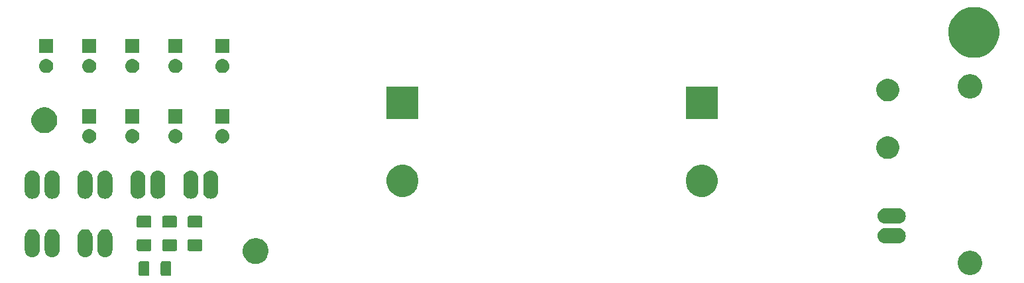
<source format=gbr>
G04 #@! TF.GenerationSoftware,KiCad,Pcbnew,5.0.1-33cea8e~68~ubuntu16.04.1*
G04 #@! TF.CreationDate,2019-04-14T14:52:50-04:00*
G04 #@! TF.ProjectId,filterbuffer,66696C7465726275666665722E6B6963,rev?*
G04 #@! TF.SameCoordinates,Original*
G04 #@! TF.FileFunction,Soldermask,Top*
G04 #@! TF.FilePolarity,Negative*
%FSLAX46Y46*%
G04 Gerber Fmt 4.6, Leading zero omitted, Abs format (unit mm)*
G04 Created by KiCad (PCBNEW 5.0.1-33cea8e~68~ubuntu16.04.1) date Sun 14 Apr 2019 14:52:50 EDT*
%MOMM*%
%LPD*%
G01*
G04 APERTURE LIST*
%ADD10C,0.100000*%
G04 APERTURE END LIST*
D10*
G36*
X78018604Y-133528347D02*
X78055145Y-133539432D01*
X78088820Y-133557431D01*
X78118341Y-133581659D01*
X78142569Y-133611180D01*
X78160568Y-133644855D01*
X78171653Y-133681396D01*
X78176000Y-133725538D01*
X78176000Y-135174462D01*
X78171653Y-135218604D01*
X78160568Y-135255145D01*
X78142569Y-135288820D01*
X78118341Y-135318341D01*
X78088820Y-135342569D01*
X78055145Y-135360568D01*
X78018604Y-135371653D01*
X77974462Y-135376000D01*
X77025538Y-135376000D01*
X76981396Y-135371653D01*
X76944855Y-135360568D01*
X76911180Y-135342569D01*
X76881659Y-135318341D01*
X76857431Y-135288820D01*
X76839432Y-135255145D01*
X76828347Y-135218604D01*
X76824000Y-135174462D01*
X76824000Y-133725538D01*
X76828347Y-133681396D01*
X76839432Y-133644855D01*
X76857431Y-133611180D01*
X76881659Y-133581659D01*
X76911180Y-133557431D01*
X76944855Y-133539432D01*
X76981396Y-133528347D01*
X77025538Y-133524000D01*
X77974462Y-133524000D01*
X78018604Y-133528347D01*
X78018604Y-133528347D01*
G37*
G36*
X75218604Y-133528347D02*
X75255145Y-133539432D01*
X75288820Y-133557431D01*
X75318341Y-133581659D01*
X75342569Y-133611180D01*
X75360568Y-133644855D01*
X75371653Y-133681396D01*
X75376000Y-133725538D01*
X75376000Y-135174462D01*
X75371653Y-135218604D01*
X75360568Y-135255145D01*
X75342569Y-135288820D01*
X75318341Y-135318341D01*
X75288820Y-135342569D01*
X75255145Y-135360568D01*
X75218604Y-135371653D01*
X75174462Y-135376000D01*
X74225538Y-135376000D01*
X74181396Y-135371653D01*
X74144855Y-135360568D01*
X74111180Y-135342569D01*
X74081659Y-135318341D01*
X74057431Y-135288820D01*
X74039432Y-135255145D01*
X74028347Y-135218604D01*
X74024000Y-135174462D01*
X74024000Y-133725538D01*
X74028347Y-133681396D01*
X74039432Y-133644855D01*
X74057431Y-133611180D01*
X74081659Y-133581659D01*
X74111180Y-133557431D01*
X74144855Y-133539432D01*
X74181396Y-133528347D01*
X74225538Y-133524000D01*
X75174462Y-133524000D01*
X75218604Y-133528347D01*
X75218604Y-133528347D01*
G37*
G36*
X180530321Y-132184319D02*
X180652410Y-132208604D01*
X180934674Y-132325521D01*
X181188705Y-132495259D01*
X181404741Y-132711295D01*
X181574479Y-132965326D01*
X181691396Y-133247590D01*
X181711264Y-133347473D01*
X181750472Y-133544583D01*
X181751000Y-133547240D01*
X181751000Y-133852760D01*
X181691396Y-134152410D01*
X181574479Y-134434674D01*
X181404741Y-134688705D01*
X181188705Y-134904741D01*
X180934674Y-135074479D01*
X180652410Y-135191396D01*
X180563516Y-135209078D01*
X180352762Y-135251000D01*
X180047238Y-135251000D01*
X179836484Y-135209078D01*
X179747590Y-135191396D01*
X179465326Y-135074479D01*
X179211295Y-134904741D01*
X178995259Y-134688705D01*
X178825521Y-134434674D01*
X178708604Y-134152410D01*
X178649000Y-133852760D01*
X178649000Y-133547240D01*
X178649529Y-133544583D01*
X178688736Y-133347473D01*
X178708604Y-133247590D01*
X178825521Y-132965326D01*
X178995259Y-132711295D01*
X179211295Y-132495259D01*
X179465326Y-132325521D01*
X179747590Y-132208604D01*
X179869679Y-132184319D01*
X180047238Y-132149000D01*
X180352762Y-132149000D01*
X180530321Y-132184319D01*
X180530321Y-132184319D01*
G37*
G36*
X89325256Y-130591298D02*
X89431579Y-130612447D01*
X89585668Y-130676273D01*
X89683092Y-130716627D01*
X89732042Y-130736903D01*
X89866696Y-130826876D01*
X90002454Y-130917587D01*
X90232413Y-131147546D01*
X90413098Y-131417960D01*
X90537553Y-131718422D01*
X90601000Y-132037389D01*
X90601000Y-132362611D01*
X90537553Y-132681578D01*
X90433457Y-132932890D01*
X90413097Y-132982042D01*
X90397314Y-133005663D01*
X90232413Y-133252454D01*
X90002454Y-133482413D01*
X90002451Y-133482415D01*
X89732042Y-133663097D01*
X89732041Y-133663098D01*
X89732040Y-133663098D01*
X89664867Y-133690922D01*
X89431579Y-133787553D01*
X89325256Y-133808702D01*
X89112611Y-133851000D01*
X88787389Y-133851000D01*
X88574744Y-133808702D01*
X88468421Y-133787553D01*
X88235133Y-133690922D01*
X88167960Y-133663098D01*
X88167959Y-133663098D01*
X88167958Y-133663097D01*
X87897549Y-133482415D01*
X87897546Y-133482413D01*
X87667587Y-133252454D01*
X87502686Y-133005663D01*
X87486903Y-132982042D01*
X87466544Y-132932890D01*
X87362447Y-132681578D01*
X87299000Y-132362611D01*
X87299000Y-132037389D01*
X87362447Y-131718422D01*
X87486902Y-131417960D01*
X87667587Y-131147546D01*
X87897546Y-130917587D01*
X88033304Y-130826876D01*
X88167958Y-130736903D01*
X88216909Y-130716627D01*
X88314332Y-130676273D01*
X88468421Y-130612447D01*
X88574744Y-130591298D01*
X88787389Y-130549000D01*
X89112611Y-130549000D01*
X89325256Y-130591298D01*
X89325256Y-130591298D01*
G37*
G36*
X69886513Y-129412706D02*
X70065857Y-129467110D01*
X70231140Y-129555455D01*
X70376018Y-129674352D01*
X70494913Y-129819228D01*
X70583260Y-129984514D01*
X70637664Y-130163856D01*
X70651430Y-130303631D01*
X70651430Y-132096369D01*
X70637664Y-132236144D01*
X70583260Y-132415486D01*
X70494913Y-132580772D01*
X70376018Y-132725648D01*
X70231142Y-132844543D01*
X70065856Y-132932890D01*
X69886514Y-132987294D01*
X69700000Y-133005663D01*
X69513487Y-132987294D01*
X69334145Y-132932890D01*
X69168859Y-132844543D01*
X69023983Y-132725648D01*
X68905088Y-132580772D01*
X68816741Y-132415486D01*
X68762337Y-132236144D01*
X68748570Y-132096368D01*
X68748570Y-130303632D01*
X68762336Y-130163857D01*
X68816740Y-129984513D01*
X68905085Y-129819230D01*
X69023982Y-129674352D01*
X69168858Y-129555457D01*
X69334144Y-129467110D01*
X69513486Y-129412706D01*
X69700000Y-129394337D01*
X69886513Y-129412706D01*
X69886513Y-129412706D01*
G37*
G36*
X63136513Y-129412706D02*
X63315857Y-129467110D01*
X63481140Y-129555455D01*
X63626018Y-129674352D01*
X63744913Y-129819228D01*
X63833260Y-129984514D01*
X63887664Y-130163856D01*
X63901430Y-130303631D01*
X63901430Y-132096369D01*
X63887664Y-132236144D01*
X63833260Y-132415486D01*
X63744913Y-132580772D01*
X63626018Y-132725648D01*
X63481142Y-132844543D01*
X63315856Y-132932890D01*
X63136514Y-132987294D01*
X62950000Y-133005663D01*
X62763487Y-132987294D01*
X62584145Y-132932890D01*
X62418859Y-132844543D01*
X62273983Y-132725648D01*
X62155088Y-132580772D01*
X62066741Y-132415486D01*
X62012337Y-132236144D01*
X61998570Y-132096368D01*
X61998570Y-130303632D01*
X62012336Y-130163857D01*
X62066740Y-129984513D01*
X62155085Y-129819230D01*
X62273982Y-129674352D01*
X62418858Y-129555457D01*
X62584144Y-129467110D01*
X62763486Y-129412706D01*
X62950000Y-129394337D01*
X63136513Y-129412706D01*
X63136513Y-129412706D01*
G37*
G36*
X60596513Y-129412706D02*
X60775857Y-129467110D01*
X60941140Y-129555455D01*
X61086018Y-129674352D01*
X61204913Y-129819228D01*
X61293260Y-129984514D01*
X61347664Y-130163856D01*
X61361430Y-130303631D01*
X61361430Y-132096369D01*
X61347664Y-132236144D01*
X61293260Y-132415486D01*
X61204913Y-132580772D01*
X61086018Y-132725648D01*
X60941142Y-132844543D01*
X60775856Y-132932890D01*
X60596514Y-132987294D01*
X60410000Y-133005663D01*
X60223487Y-132987294D01*
X60044145Y-132932890D01*
X59878859Y-132844543D01*
X59733983Y-132725648D01*
X59615088Y-132580772D01*
X59526741Y-132415486D01*
X59472337Y-132236144D01*
X59458570Y-132096368D01*
X59458570Y-130303632D01*
X59472336Y-130163857D01*
X59526740Y-129984513D01*
X59615085Y-129819230D01*
X59733982Y-129674352D01*
X59878858Y-129555457D01*
X60044144Y-129467110D01*
X60223486Y-129412706D01*
X60410000Y-129394337D01*
X60596513Y-129412706D01*
X60596513Y-129412706D01*
G37*
G36*
X67346513Y-129412706D02*
X67525857Y-129467110D01*
X67691140Y-129555455D01*
X67836018Y-129674352D01*
X67954913Y-129819228D01*
X68043260Y-129984514D01*
X68097664Y-130163856D01*
X68111430Y-130303631D01*
X68111430Y-132096369D01*
X68097664Y-132236144D01*
X68043260Y-132415486D01*
X67954913Y-132580772D01*
X67836018Y-132725648D01*
X67691142Y-132844543D01*
X67525856Y-132932890D01*
X67346514Y-132987294D01*
X67160000Y-133005663D01*
X66973487Y-132987294D01*
X66794145Y-132932890D01*
X66628859Y-132844543D01*
X66483983Y-132725648D01*
X66365088Y-132580772D01*
X66276741Y-132415486D01*
X66222337Y-132236144D01*
X66208570Y-132096368D01*
X66208570Y-130303632D01*
X66222336Y-130163857D01*
X66276740Y-129984513D01*
X66365085Y-129819230D01*
X66483982Y-129674352D01*
X66628858Y-129555457D01*
X66794144Y-129467110D01*
X66973486Y-129412706D01*
X67160000Y-129394337D01*
X67346513Y-129412706D01*
X67346513Y-129412706D01*
G37*
G36*
X75475562Y-130665681D02*
X75510477Y-130676273D01*
X75542665Y-130693478D01*
X75570873Y-130716627D01*
X75594022Y-130744835D01*
X75611227Y-130777023D01*
X75621819Y-130811938D01*
X75626000Y-130854395D01*
X75626000Y-131995605D01*
X75621819Y-132038062D01*
X75611227Y-132072977D01*
X75594022Y-132105165D01*
X75570873Y-132133373D01*
X75542665Y-132156522D01*
X75510477Y-132173727D01*
X75475562Y-132184319D01*
X75433105Y-132188500D01*
X73966895Y-132188500D01*
X73924438Y-132184319D01*
X73889523Y-132173727D01*
X73857335Y-132156522D01*
X73829127Y-132133373D01*
X73805978Y-132105165D01*
X73788773Y-132072977D01*
X73778181Y-132038062D01*
X73774000Y-131995605D01*
X73774000Y-130854395D01*
X73778181Y-130811938D01*
X73788773Y-130777023D01*
X73805978Y-130744835D01*
X73829127Y-130716627D01*
X73857335Y-130693478D01*
X73889523Y-130676273D01*
X73924438Y-130665681D01*
X73966895Y-130661500D01*
X75433105Y-130661500D01*
X75475562Y-130665681D01*
X75475562Y-130665681D01*
G37*
G36*
X78725562Y-130665681D02*
X78760477Y-130676273D01*
X78792665Y-130693478D01*
X78820873Y-130716627D01*
X78844022Y-130744835D01*
X78861227Y-130777023D01*
X78871819Y-130811938D01*
X78876000Y-130854395D01*
X78876000Y-131995605D01*
X78871819Y-132038062D01*
X78861227Y-132072977D01*
X78844022Y-132105165D01*
X78820873Y-132133373D01*
X78792665Y-132156522D01*
X78760477Y-132173727D01*
X78725562Y-132184319D01*
X78683105Y-132188500D01*
X77216895Y-132188500D01*
X77174438Y-132184319D01*
X77139523Y-132173727D01*
X77107335Y-132156522D01*
X77079127Y-132133373D01*
X77055978Y-132105165D01*
X77038773Y-132072977D01*
X77028181Y-132038062D01*
X77024000Y-131995605D01*
X77024000Y-130854395D01*
X77028181Y-130811938D01*
X77038773Y-130777023D01*
X77055978Y-130744835D01*
X77079127Y-130716627D01*
X77107335Y-130693478D01*
X77139523Y-130676273D01*
X77174438Y-130665681D01*
X77216895Y-130661500D01*
X78683105Y-130661500D01*
X78725562Y-130665681D01*
X78725562Y-130665681D01*
G37*
G36*
X81975562Y-130665681D02*
X82010477Y-130676273D01*
X82042665Y-130693478D01*
X82070873Y-130716627D01*
X82094022Y-130744835D01*
X82111227Y-130777023D01*
X82121819Y-130811938D01*
X82126000Y-130854395D01*
X82126000Y-131995605D01*
X82121819Y-132038062D01*
X82111227Y-132072977D01*
X82094022Y-132105165D01*
X82070873Y-132133373D01*
X82042665Y-132156522D01*
X82010477Y-132173727D01*
X81975562Y-132184319D01*
X81933105Y-132188500D01*
X80466895Y-132188500D01*
X80424438Y-132184319D01*
X80389523Y-132173727D01*
X80357335Y-132156522D01*
X80329127Y-132133373D01*
X80305978Y-132105165D01*
X80288773Y-132072977D01*
X80278181Y-132038062D01*
X80274000Y-131995605D01*
X80274000Y-130854395D01*
X80278181Y-130811938D01*
X80288773Y-130777023D01*
X80305978Y-130744835D01*
X80329127Y-130716627D01*
X80357335Y-130693478D01*
X80389523Y-130676273D01*
X80424438Y-130665681D01*
X80466895Y-130661500D01*
X81933105Y-130661500D01*
X81975562Y-130665681D01*
X81975562Y-130665681D01*
G37*
G36*
X171236144Y-129302336D02*
X171415486Y-129356740D01*
X171580772Y-129445087D01*
X171725648Y-129563982D01*
X171844543Y-129708858D01*
X171932890Y-129874144D01*
X171987294Y-130053486D01*
X172005663Y-130240000D01*
X171987294Y-130426514D01*
X171932890Y-130605856D01*
X171844543Y-130771142D01*
X171725648Y-130916018D01*
X171580772Y-131034913D01*
X171415486Y-131123260D01*
X171236144Y-131177664D01*
X171096369Y-131191430D01*
X169303631Y-131191430D01*
X169163856Y-131177664D01*
X168984514Y-131123260D01*
X168819228Y-131034913D01*
X168674352Y-130916018D01*
X168555457Y-130771142D01*
X168467110Y-130605856D01*
X168412706Y-130426514D01*
X168394337Y-130240000D01*
X168412706Y-130053486D01*
X168467110Y-129874144D01*
X168555457Y-129708858D01*
X168674352Y-129563982D01*
X168819228Y-129445087D01*
X168984514Y-129356740D01*
X169163856Y-129302336D01*
X169303631Y-129288570D01*
X171096369Y-129288570D01*
X171236144Y-129302336D01*
X171236144Y-129302336D01*
G37*
G36*
X78725562Y-127690681D02*
X78760477Y-127701273D01*
X78792665Y-127718478D01*
X78820873Y-127741627D01*
X78844022Y-127769835D01*
X78861227Y-127802023D01*
X78871819Y-127836938D01*
X78876000Y-127879395D01*
X78876000Y-129020605D01*
X78871819Y-129063062D01*
X78861227Y-129097977D01*
X78844022Y-129130165D01*
X78820873Y-129158373D01*
X78792665Y-129181522D01*
X78760477Y-129198727D01*
X78725562Y-129209319D01*
X78683105Y-129213500D01*
X77216895Y-129213500D01*
X77174438Y-129209319D01*
X77139523Y-129198727D01*
X77107335Y-129181522D01*
X77079127Y-129158373D01*
X77055978Y-129130165D01*
X77038773Y-129097977D01*
X77028181Y-129063062D01*
X77024000Y-129020605D01*
X77024000Y-127879395D01*
X77028181Y-127836938D01*
X77038773Y-127802023D01*
X77055978Y-127769835D01*
X77079127Y-127741627D01*
X77107335Y-127718478D01*
X77139523Y-127701273D01*
X77174438Y-127690681D01*
X77216895Y-127686500D01*
X78683105Y-127686500D01*
X78725562Y-127690681D01*
X78725562Y-127690681D01*
G37*
G36*
X75475562Y-127690681D02*
X75510477Y-127701273D01*
X75542665Y-127718478D01*
X75570873Y-127741627D01*
X75594022Y-127769835D01*
X75611227Y-127802023D01*
X75621819Y-127836938D01*
X75626000Y-127879395D01*
X75626000Y-129020605D01*
X75621819Y-129063062D01*
X75611227Y-129097977D01*
X75594022Y-129130165D01*
X75570873Y-129158373D01*
X75542665Y-129181522D01*
X75510477Y-129198727D01*
X75475562Y-129209319D01*
X75433105Y-129213500D01*
X73966895Y-129213500D01*
X73924438Y-129209319D01*
X73889523Y-129198727D01*
X73857335Y-129181522D01*
X73829127Y-129158373D01*
X73805978Y-129130165D01*
X73788773Y-129097977D01*
X73778181Y-129063062D01*
X73774000Y-129020605D01*
X73774000Y-127879395D01*
X73778181Y-127836938D01*
X73788773Y-127802023D01*
X73805978Y-127769835D01*
X73829127Y-127741627D01*
X73857335Y-127718478D01*
X73889523Y-127701273D01*
X73924438Y-127690681D01*
X73966895Y-127686500D01*
X75433105Y-127686500D01*
X75475562Y-127690681D01*
X75475562Y-127690681D01*
G37*
G36*
X81975562Y-127690681D02*
X82010477Y-127701273D01*
X82042665Y-127718478D01*
X82070873Y-127741627D01*
X82094022Y-127769835D01*
X82111227Y-127802023D01*
X82121819Y-127836938D01*
X82126000Y-127879395D01*
X82126000Y-129020605D01*
X82121819Y-129063062D01*
X82111227Y-129097977D01*
X82094022Y-129130165D01*
X82070873Y-129158373D01*
X82042665Y-129181522D01*
X82010477Y-129198727D01*
X81975562Y-129209319D01*
X81933105Y-129213500D01*
X80466895Y-129213500D01*
X80424438Y-129209319D01*
X80389523Y-129198727D01*
X80357335Y-129181522D01*
X80329127Y-129158373D01*
X80305978Y-129130165D01*
X80288773Y-129097977D01*
X80278181Y-129063062D01*
X80274000Y-129020605D01*
X80274000Y-127879395D01*
X80278181Y-127836938D01*
X80288773Y-127802023D01*
X80305978Y-127769835D01*
X80329127Y-127741627D01*
X80357335Y-127718478D01*
X80389523Y-127701273D01*
X80424438Y-127690681D01*
X80466895Y-127686500D01*
X81933105Y-127686500D01*
X81975562Y-127690681D01*
X81975562Y-127690681D01*
G37*
G36*
X171236144Y-126762336D02*
X171415486Y-126816740D01*
X171580772Y-126905087D01*
X171725648Y-127023982D01*
X171844543Y-127168858D01*
X171932890Y-127334144D01*
X171987294Y-127513486D01*
X172005663Y-127700000D01*
X171987294Y-127886514D01*
X171932890Y-128065856D01*
X171844543Y-128231142D01*
X171725648Y-128376018D01*
X171580772Y-128494913D01*
X171415486Y-128583260D01*
X171236144Y-128637664D01*
X171096369Y-128651430D01*
X169303631Y-128651430D01*
X169163856Y-128637664D01*
X168984514Y-128583260D01*
X168819228Y-128494913D01*
X168674352Y-128376018D01*
X168555457Y-128231142D01*
X168467110Y-128065856D01*
X168412706Y-127886514D01*
X168394337Y-127700000D01*
X168412706Y-127513486D01*
X168467110Y-127334144D01*
X168555457Y-127168858D01*
X168674352Y-127023982D01*
X168819228Y-126905087D01*
X168984514Y-126816740D01*
X169163856Y-126762336D01*
X169303631Y-126748570D01*
X171096369Y-126748570D01*
X171236144Y-126762336D01*
X171236144Y-126762336D01*
G37*
G36*
X83386513Y-121912706D02*
X83565857Y-121967110D01*
X83731140Y-122055455D01*
X83876018Y-122174352D01*
X83994913Y-122319228D01*
X84083260Y-122484514D01*
X84137664Y-122663856D01*
X84151430Y-122803631D01*
X84151430Y-124596369D01*
X84137664Y-124736144D01*
X84083260Y-124915486D01*
X83994913Y-125080772D01*
X83876018Y-125225648D01*
X83731142Y-125344543D01*
X83565856Y-125432890D01*
X83386514Y-125487294D01*
X83200000Y-125505663D01*
X83013487Y-125487294D01*
X82834145Y-125432890D01*
X82668859Y-125344543D01*
X82523983Y-125225648D01*
X82405088Y-125080772D01*
X82316741Y-124915486D01*
X82262337Y-124736144D01*
X82248570Y-124596368D01*
X82248570Y-122803632D01*
X82262336Y-122663857D01*
X82316740Y-122484513D01*
X82405085Y-122319230D01*
X82523982Y-122174352D01*
X82668858Y-122055457D01*
X82834144Y-121967110D01*
X83013486Y-121912706D01*
X83200000Y-121894337D01*
X83386513Y-121912706D01*
X83386513Y-121912706D01*
G37*
G36*
X80846513Y-121912706D02*
X81025857Y-121967110D01*
X81191140Y-122055455D01*
X81336018Y-122174352D01*
X81454913Y-122319228D01*
X81543260Y-122484514D01*
X81597664Y-122663856D01*
X81611430Y-122803631D01*
X81611430Y-124596369D01*
X81597664Y-124736144D01*
X81543260Y-124915486D01*
X81454913Y-125080772D01*
X81336018Y-125225648D01*
X81191142Y-125344543D01*
X81025856Y-125432890D01*
X80846514Y-125487294D01*
X80660000Y-125505663D01*
X80473487Y-125487294D01*
X80294145Y-125432890D01*
X80128859Y-125344543D01*
X79983983Y-125225648D01*
X79865088Y-125080772D01*
X79776741Y-124915486D01*
X79722337Y-124736144D01*
X79708570Y-124596368D01*
X79708570Y-122803632D01*
X79722336Y-122663857D01*
X79776740Y-122484513D01*
X79865085Y-122319230D01*
X79983982Y-122174352D01*
X80128858Y-122055457D01*
X80294144Y-121967110D01*
X80473486Y-121912706D01*
X80660000Y-121894337D01*
X80846513Y-121912706D01*
X80846513Y-121912706D01*
G37*
G36*
X76636513Y-121912706D02*
X76815857Y-121967110D01*
X76981140Y-122055455D01*
X77126018Y-122174352D01*
X77244913Y-122319228D01*
X77333260Y-122484514D01*
X77387664Y-122663856D01*
X77401430Y-122803631D01*
X77401430Y-124596369D01*
X77387664Y-124736144D01*
X77333260Y-124915486D01*
X77244913Y-125080772D01*
X77126018Y-125225648D01*
X76981142Y-125344543D01*
X76815856Y-125432890D01*
X76636514Y-125487294D01*
X76450000Y-125505663D01*
X76263487Y-125487294D01*
X76084145Y-125432890D01*
X75918859Y-125344543D01*
X75773983Y-125225648D01*
X75655088Y-125080772D01*
X75566741Y-124915486D01*
X75512337Y-124736144D01*
X75498570Y-124596368D01*
X75498570Y-122803632D01*
X75512336Y-122663857D01*
X75566740Y-122484513D01*
X75655085Y-122319230D01*
X75773982Y-122174352D01*
X75918858Y-122055457D01*
X76084144Y-121967110D01*
X76263486Y-121912706D01*
X76450000Y-121894337D01*
X76636513Y-121912706D01*
X76636513Y-121912706D01*
G37*
G36*
X74096513Y-121912706D02*
X74275857Y-121967110D01*
X74441140Y-122055455D01*
X74586018Y-122174352D01*
X74704913Y-122319228D01*
X74793260Y-122484514D01*
X74847664Y-122663856D01*
X74861430Y-122803631D01*
X74861430Y-124596369D01*
X74847664Y-124736144D01*
X74793260Y-124915486D01*
X74704913Y-125080772D01*
X74586018Y-125225648D01*
X74441142Y-125344543D01*
X74275856Y-125432890D01*
X74096514Y-125487294D01*
X73910000Y-125505663D01*
X73723487Y-125487294D01*
X73544145Y-125432890D01*
X73378859Y-125344543D01*
X73233983Y-125225648D01*
X73115088Y-125080772D01*
X73026741Y-124915486D01*
X72972337Y-124736144D01*
X72958570Y-124596368D01*
X72958570Y-122803632D01*
X72972336Y-122663857D01*
X73026740Y-122484513D01*
X73115085Y-122319230D01*
X73233982Y-122174352D01*
X73378858Y-122055457D01*
X73544144Y-121967110D01*
X73723486Y-121912706D01*
X73910000Y-121894337D01*
X74096513Y-121912706D01*
X74096513Y-121912706D01*
G37*
G36*
X69886513Y-121912706D02*
X70065857Y-121967110D01*
X70231140Y-122055455D01*
X70376018Y-122174352D01*
X70494913Y-122319228D01*
X70583260Y-122484514D01*
X70637664Y-122663856D01*
X70651430Y-122803631D01*
X70651430Y-124596369D01*
X70637664Y-124736144D01*
X70583260Y-124915486D01*
X70494913Y-125080772D01*
X70376018Y-125225648D01*
X70231142Y-125344543D01*
X70065856Y-125432890D01*
X69886514Y-125487294D01*
X69700000Y-125505663D01*
X69513487Y-125487294D01*
X69334145Y-125432890D01*
X69168859Y-125344543D01*
X69023983Y-125225648D01*
X68905088Y-125080772D01*
X68816741Y-124915486D01*
X68762337Y-124736144D01*
X68748570Y-124596368D01*
X68748570Y-122803632D01*
X68762336Y-122663857D01*
X68816740Y-122484513D01*
X68905085Y-122319230D01*
X69023982Y-122174352D01*
X69168858Y-122055457D01*
X69334144Y-121967110D01*
X69513486Y-121912706D01*
X69700000Y-121894337D01*
X69886513Y-121912706D01*
X69886513Y-121912706D01*
G37*
G36*
X67346513Y-121912706D02*
X67525857Y-121967110D01*
X67691140Y-122055455D01*
X67836018Y-122174352D01*
X67954913Y-122319228D01*
X68043260Y-122484514D01*
X68097664Y-122663856D01*
X68111430Y-122803631D01*
X68111430Y-124596369D01*
X68097664Y-124736144D01*
X68043260Y-124915486D01*
X67954913Y-125080772D01*
X67836018Y-125225648D01*
X67691142Y-125344543D01*
X67525856Y-125432890D01*
X67346514Y-125487294D01*
X67160000Y-125505663D01*
X66973487Y-125487294D01*
X66794145Y-125432890D01*
X66628859Y-125344543D01*
X66483983Y-125225648D01*
X66365088Y-125080772D01*
X66276741Y-124915486D01*
X66222337Y-124736144D01*
X66208570Y-124596368D01*
X66208570Y-122803632D01*
X66222336Y-122663857D01*
X66276740Y-122484513D01*
X66365085Y-122319230D01*
X66483982Y-122174352D01*
X66628858Y-122055457D01*
X66794144Y-121967110D01*
X66973486Y-121912706D01*
X67160000Y-121894337D01*
X67346513Y-121912706D01*
X67346513Y-121912706D01*
G37*
G36*
X63136513Y-121912706D02*
X63315857Y-121967110D01*
X63481140Y-122055455D01*
X63626018Y-122174352D01*
X63744913Y-122319228D01*
X63833260Y-122484514D01*
X63887664Y-122663856D01*
X63901430Y-122803631D01*
X63901430Y-124596369D01*
X63887664Y-124736144D01*
X63833260Y-124915486D01*
X63744913Y-125080772D01*
X63626018Y-125225648D01*
X63481142Y-125344543D01*
X63315856Y-125432890D01*
X63136514Y-125487294D01*
X62950000Y-125505663D01*
X62763487Y-125487294D01*
X62584145Y-125432890D01*
X62418859Y-125344543D01*
X62273983Y-125225648D01*
X62155088Y-125080772D01*
X62066741Y-124915486D01*
X62012337Y-124736144D01*
X61998570Y-124596368D01*
X61998570Y-122803632D01*
X62012336Y-122663857D01*
X62066740Y-122484513D01*
X62155085Y-122319230D01*
X62273982Y-122174352D01*
X62418858Y-122055457D01*
X62584144Y-121967110D01*
X62763486Y-121912706D01*
X62950000Y-121894337D01*
X63136513Y-121912706D01*
X63136513Y-121912706D01*
G37*
G36*
X60596513Y-121912706D02*
X60775857Y-121967110D01*
X60941140Y-122055455D01*
X61086018Y-122174352D01*
X61204913Y-122319228D01*
X61293260Y-122484514D01*
X61347664Y-122663856D01*
X61361430Y-122803631D01*
X61361430Y-124596369D01*
X61347664Y-124736144D01*
X61293260Y-124915486D01*
X61204913Y-125080772D01*
X61086018Y-125225648D01*
X60941142Y-125344543D01*
X60775856Y-125432890D01*
X60596514Y-125487294D01*
X60410000Y-125505663D01*
X60223487Y-125487294D01*
X60044145Y-125432890D01*
X59878859Y-125344543D01*
X59733983Y-125225648D01*
X59615088Y-125080772D01*
X59526741Y-124915486D01*
X59472337Y-124736144D01*
X59458570Y-124596368D01*
X59458570Y-122803632D01*
X59472336Y-122663857D01*
X59526740Y-122484513D01*
X59615085Y-122319230D01*
X59733982Y-122174352D01*
X59878858Y-122055457D01*
X60044144Y-121967110D01*
X60223486Y-121912706D01*
X60410000Y-121894337D01*
X60596513Y-121912706D01*
X60596513Y-121912706D01*
G37*
G36*
X108298252Y-121227818D02*
X108298254Y-121227819D01*
X108298255Y-121227819D01*
X108671513Y-121382427D01*
X108671514Y-121382428D01*
X109007439Y-121606886D01*
X109293114Y-121892561D01*
X109293116Y-121892564D01*
X109517573Y-122228487D01*
X109672181Y-122601745D01*
X109751000Y-122997994D01*
X109751000Y-123402006D01*
X109672181Y-123798255D01*
X109517573Y-124171513D01*
X109517572Y-124171514D01*
X109293114Y-124507439D01*
X109007439Y-124793114D01*
X109007436Y-124793116D01*
X108671513Y-125017573D01*
X108298255Y-125172181D01*
X108298254Y-125172181D01*
X108298252Y-125172182D01*
X107902007Y-125251000D01*
X107497993Y-125251000D01*
X107101748Y-125172182D01*
X107101746Y-125172181D01*
X107101745Y-125172181D01*
X106728487Y-125017573D01*
X106392564Y-124793116D01*
X106392561Y-124793114D01*
X106106886Y-124507439D01*
X105882428Y-124171514D01*
X105882427Y-124171513D01*
X105727819Y-123798255D01*
X105649000Y-123402006D01*
X105649000Y-122997994D01*
X105727819Y-122601745D01*
X105882427Y-122228487D01*
X106106884Y-121892564D01*
X106106886Y-121892561D01*
X106392561Y-121606886D01*
X106728486Y-121382428D01*
X106728487Y-121382427D01*
X107101745Y-121227819D01*
X107101746Y-121227819D01*
X107101748Y-121227818D01*
X107497993Y-121149000D01*
X107902007Y-121149000D01*
X108298252Y-121227818D01*
X108298252Y-121227818D01*
G37*
G36*
X146548252Y-121227818D02*
X146548254Y-121227819D01*
X146548255Y-121227819D01*
X146921513Y-121382427D01*
X146921514Y-121382428D01*
X147257439Y-121606886D01*
X147543114Y-121892561D01*
X147543116Y-121892564D01*
X147767573Y-122228487D01*
X147922181Y-122601745D01*
X148001000Y-122997994D01*
X148001000Y-123402006D01*
X147922181Y-123798255D01*
X147767573Y-124171513D01*
X147767572Y-124171514D01*
X147543114Y-124507439D01*
X147257439Y-124793114D01*
X147257436Y-124793116D01*
X146921513Y-125017573D01*
X146548255Y-125172181D01*
X146548254Y-125172181D01*
X146548252Y-125172182D01*
X146152007Y-125251000D01*
X145747993Y-125251000D01*
X145351748Y-125172182D01*
X145351746Y-125172181D01*
X145351745Y-125172181D01*
X144978487Y-125017573D01*
X144642564Y-124793116D01*
X144642561Y-124793114D01*
X144356886Y-124507439D01*
X144132428Y-124171514D01*
X144132427Y-124171513D01*
X143977819Y-123798255D01*
X143899000Y-123402006D01*
X143899000Y-122997994D01*
X143977819Y-122601745D01*
X144132427Y-122228487D01*
X144356884Y-121892564D01*
X144356886Y-121892561D01*
X144642561Y-121606886D01*
X144978486Y-121382428D01*
X144978487Y-121382427D01*
X145351745Y-121227819D01*
X145351746Y-121227819D01*
X145351748Y-121227818D01*
X145747993Y-121149000D01*
X146152007Y-121149000D01*
X146548252Y-121227818D01*
X146548252Y-121227818D01*
G37*
G36*
X170123238Y-117554760D02*
X170123240Y-117554761D01*
X170123241Y-117554761D01*
X170387306Y-117664140D01*
X170387307Y-117664141D01*
X170624962Y-117822937D01*
X170827063Y-118025038D01*
X170827065Y-118025041D01*
X170985860Y-118262694D01*
X171095239Y-118526759D01*
X171151000Y-118807089D01*
X171151000Y-119092911D01*
X171095239Y-119373241D01*
X170985860Y-119637306D01*
X170985859Y-119637307D01*
X170827063Y-119874962D01*
X170624962Y-120077063D01*
X170624959Y-120077065D01*
X170387306Y-120235860D01*
X170123241Y-120345239D01*
X170123240Y-120345239D01*
X170123238Y-120345240D01*
X169842912Y-120401000D01*
X169557088Y-120401000D01*
X169276762Y-120345240D01*
X169276760Y-120345239D01*
X169276759Y-120345239D01*
X169012694Y-120235860D01*
X168775041Y-120077065D01*
X168775038Y-120077063D01*
X168572937Y-119874962D01*
X168414141Y-119637307D01*
X168414140Y-119637306D01*
X168304761Y-119373241D01*
X168249000Y-119092911D01*
X168249000Y-118807089D01*
X168304761Y-118526759D01*
X168414140Y-118262694D01*
X168572935Y-118025041D01*
X168572937Y-118025038D01*
X168775038Y-117822937D01*
X169012693Y-117664141D01*
X169012694Y-117664140D01*
X169276759Y-117554761D01*
X169276760Y-117554761D01*
X169276762Y-117554760D01*
X169557088Y-117499000D01*
X169842912Y-117499000D01*
X170123238Y-117554760D01*
X170123238Y-117554760D01*
G37*
G36*
X73310442Y-116595518D02*
X73376627Y-116602037D01*
X73489853Y-116636384D01*
X73546467Y-116653557D01*
X73685087Y-116727652D01*
X73702991Y-116737222D01*
X73738729Y-116766552D01*
X73840186Y-116849814D01*
X73923448Y-116951271D01*
X73952778Y-116987009D01*
X73952779Y-116987011D01*
X74036443Y-117143533D01*
X74036443Y-117143534D01*
X74087963Y-117313373D01*
X74105359Y-117490000D01*
X74087963Y-117666627D01*
X74053616Y-117779853D01*
X74036443Y-117836467D01*
X73962348Y-117975087D01*
X73952778Y-117992991D01*
X73926475Y-118025041D01*
X73840186Y-118130186D01*
X73738729Y-118213448D01*
X73702991Y-118242778D01*
X73702989Y-118242779D01*
X73546467Y-118326443D01*
X73489853Y-118343616D01*
X73376627Y-118377963D01*
X73310442Y-118384482D01*
X73244260Y-118391000D01*
X73155740Y-118391000D01*
X73089558Y-118384482D01*
X73023373Y-118377963D01*
X72910147Y-118343616D01*
X72853533Y-118326443D01*
X72697011Y-118242779D01*
X72697009Y-118242778D01*
X72661271Y-118213448D01*
X72559814Y-118130186D01*
X72473525Y-118025041D01*
X72447222Y-117992991D01*
X72437652Y-117975087D01*
X72363557Y-117836467D01*
X72346384Y-117779853D01*
X72312037Y-117666627D01*
X72294641Y-117490000D01*
X72312037Y-117313373D01*
X72363557Y-117143534D01*
X72363557Y-117143533D01*
X72447221Y-116987011D01*
X72447222Y-116987009D01*
X72476552Y-116951271D01*
X72559814Y-116849814D01*
X72661271Y-116766552D01*
X72697009Y-116737222D01*
X72714913Y-116727652D01*
X72853533Y-116653557D01*
X72910147Y-116636384D01*
X73023373Y-116602037D01*
X73089558Y-116595518D01*
X73155740Y-116589000D01*
X73244260Y-116589000D01*
X73310442Y-116595518D01*
X73310442Y-116595518D01*
G37*
G36*
X67810442Y-116595518D02*
X67876627Y-116602037D01*
X67989853Y-116636384D01*
X68046467Y-116653557D01*
X68185087Y-116727652D01*
X68202991Y-116737222D01*
X68238729Y-116766552D01*
X68340186Y-116849814D01*
X68423448Y-116951271D01*
X68452778Y-116987009D01*
X68452779Y-116987011D01*
X68536443Y-117143533D01*
X68536443Y-117143534D01*
X68587963Y-117313373D01*
X68605359Y-117490000D01*
X68587963Y-117666627D01*
X68553616Y-117779853D01*
X68536443Y-117836467D01*
X68462348Y-117975087D01*
X68452778Y-117992991D01*
X68426475Y-118025041D01*
X68340186Y-118130186D01*
X68238729Y-118213448D01*
X68202991Y-118242778D01*
X68202989Y-118242779D01*
X68046467Y-118326443D01*
X67989853Y-118343616D01*
X67876627Y-118377963D01*
X67810442Y-118384482D01*
X67744260Y-118391000D01*
X67655740Y-118391000D01*
X67589558Y-118384482D01*
X67523373Y-118377963D01*
X67410147Y-118343616D01*
X67353533Y-118326443D01*
X67197011Y-118242779D01*
X67197009Y-118242778D01*
X67161271Y-118213448D01*
X67059814Y-118130186D01*
X66973525Y-118025041D01*
X66947222Y-117992991D01*
X66937652Y-117975087D01*
X66863557Y-117836467D01*
X66846384Y-117779853D01*
X66812037Y-117666627D01*
X66794641Y-117490000D01*
X66812037Y-117313373D01*
X66863557Y-117143534D01*
X66863557Y-117143533D01*
X66947221Y-116987011D01*
X66947222Y-116987009D01*
X66976552Y-116951271D01*
X67059814Y-116849814D01*
X67161271Y-116766552D01*
X67197009Y-116737222D01*
X67214913Y-116727652D01*
X67353533Y-116653557D01*
X67410147Y-116636384D01*
X67523373Y-116602037D01*
X67589558Y-116595518D01*
X67655740Y-116589000D01*
X67744260Y-116589000D01*
X67810442Y-116595518D01*
X67810442Y-116595518D01*
G37*
G36*
X78810442Y-116595518D02*
X78876627Y-116602037D01*
X78989853Y-116636384D01*
X79046467Y-116653557D01*
X79185087Y-116727652D01*
X79202991Y-116737222D01*
X79238729Y-116766552D01*
X79340186Y-116849814D01*
X79423448Y-116951271D01*
X79452778Y-116987009D01*
X79452779Y-116987011D01*
X79536443Y-117143533D01*
X79536443Y-117143534D01*
X79587963Y-117313373D01*
X79605359Y-117490000D01*
X79587963Y-117666627D01*
X79553616Y-117779853D01*
X79536443Y-117836467D01*
X79462348Y-117975087D01*
X79452778Y-117992991D01*
X79426475Y-118025041D01*
X79340186Y-118130186D01*
X79238729Y-118213448D01*
X79202991Y-118242778D01*
X79202989Y-118242779D01*
X79046467Y-118326443D01*
X78989853Y-118343616D01*
X78876627Y-118377963D01*
X78810442Y-118384482D01*
X78744260Y-118391000D01*
X78655740Y-118391000D01*
X78589558Y-118384482D01*
X78523373Y-118377963D01*
X78410147Y-118343616D01*
X78353533Y-118326443D01*
X78197011Y-118242779D01*
X78197009Y-118242778D01*
X78161271Y-118213448D01*
X78059814Y-118130186D01*
X77973525Y-118025041D01*
X77947222Y-117992991D01*
X77937652Y-117975087D01*
X77863557Y-117836467D01*
X77846384Y-117779853D01*
X77812037Y-117666627D01*
X77794641Y-117490000D01*
X77812037Y-117313373D01*
X77863557Y-117143534D01*
X77863557Y-117143533D01*
X77947221Y-116987011D01*
X77947222Y-116987009D01*
X77976552Y-116951271D01*
X78059814Y-116849814D01*
X78161271Y-116766552D01*
X78197009Y-116737222D01*
X78214913Y-116727652D01*
X78353533Y-116653557D01*
X78410147Y-116636384D01*
X78523373Y-116602037D01*
X78589558Y-116595518D01*
X78655740Y-116589000D01*
X78744260Y-116589000D01*
X78810442Y-116595518D01*
X78810442Y-116595518D01*
G37*
G36*
X84810442Y-116595518D02*
X84876627Y-116602037D01*
X84989853Y-116636384D01*
X85046467Y-116653557D01*
X85185087Y-116727652D01*
X85202991Y-116737222D01*
X85238729Y-116766552D01*
X85340186Y-116849814D01*
X85423448Y-116951271D01*
X85452778Y-116987009D01*
X85452779Y-116987011D01*
X85536443Y-117143533D01*
X85536443Y-117143534D01*
X85587963Y-117313373D01*
X85605359Y-117490000D01*
X85587963Y-117666627D01*
X85553616Y-117779853D01*
X85536443Y-117836467D01*
X85462348Y-117975087D01*
X85452778Y-117992991D01*
X85426475Y-118025041D01*
X85340186Y-118130186D01*
X85238729Y-118213448D01*
X85202991Y-118242778D01*
X85202989Y-118242779D01*
X85046467Y-118326443D01*
X84989853Y-118343616D01*
X84876627Y-118377963D01*
X84810442Y-118384482D01*
X84744260Y-118391000D01*
X84655740Y-118391000D01*
X84589558Y-118384482D01*
X84523373Y-118377963D01*
X84410147Y-118343616D01*
X84353533Y-118326443D01*
X84197011Y-118242779D01*
X84197009Y-118242778D01*
X84161271Y-118213448D01*
X84059814Y-118130186D01*
X83973525Y-118025041D01*
X83947222Y-117992991D01*
X83937652Y-117975087D01*
X83863557Y-117836467D01*
X83846384Y-117779853D01*
X83812037Y-117666627D01*
X83794641Y-117490000D01*
X83812037Y-117313373D01*
X83863557Y-117143534D01*
X83863557Y-117143533D01*
X83947221Y-116987011D01*
X83947222Y-116987009D01*
X83976552Y-116951271D01*
X84059814Y-116849814D01*
X84161271Y-116766552D01*
X84197009Y-116737222D01*
X84214913Y-116727652D01*
X84353533Y-116653557D01*
X84410147Y-116636384D01*
X84523373Y-116602037D01*
X84589558Y-116595518D01*
X84655740Y-116589000D01*
X84744260Y-116589000D01*
X84810442Y-116595518D01*
X84810442Y-116595518D01*
G37*
G36*
X62325256Y-113841298D02*
X62431579Y-113862447D01*
X62732042Y-113986903D01*
X62824976Y-114049000D01*
X63002454Y-114167587D01*
X63232413Y-114397546D01*
X63413098Y-114667960D01*
X63537553Y-114968422D01*
X63601000Y-115287389D01*
X63601000Y-115612611D01*
X63537553Y-115931578D01*
X63413098Y-116232040D01*
X63232413Y-116502454D01*
X63002454Y-116732413D01*
X63002451Y-116732415D01*
X62732042Y-116913097D01*
X62431579Y-117037553D01*
X62325256Y-117058702D01*
X62112611Y-117101000D01*
X61787389Y-117101000D01*
X61574744Y-117058702D01*
X61468421Y-117037553D01*
X61167958Y-116913097D01*
X60897549Y-116732415D01*
X60897546Y-116732413D01*
X60667587Y-116502454D01*
X60486902Y-116232040D01*
X60362447Y-115931578D01*
X60299000Y-115612611D01*
X60299000Y-115287389D01*
X60362447Y-114968422D01*
X60486902Y-114667960D01*
X60667587Y-114397546D01*
X60897546Y-114167587D01*
X61075024Y-114049000D01*
X61167958Y-113986903D01*
X61468421Y-113862447D01*
X61574744Y-113841298D01*
X61787389Y-113799000D01*
X62112611Y-113799000D01*
X62325256Y-113841298D01*
X62325256Y-113841298D01*
G37*
G36*
X85601000Y-115851000D02*
X83799000Y-115851000D01*
X83799000Y-114049000D01*
X85601000Y-114049000D01*
X85601000Y-115851000D01*
X85601000Y-115851000D01*
G37*
G36*
X74101000Y-115851000D02*
X72299000Y-115851000D01*
X72299000Y-114049000D01*
X74101000Y-114049000D01*
X74101000Y-115851000D01*
X74101000Y-115851000D01*
G37*
G36*
X79601000Y-115851000D02*
X77799000Y-115851000D01*
X77799000Y-114049000D01*
X79601000Y-114049000D01*
X79601000Y-115851000D01*
X79601000Y-115851000D01*
G37*
G36*
X68601000Y-115851000D02*
X66799000Y-115851000D01*
X66799000Y-114049000D01*
X68601000Y-114049000D01*
X68601000Y-115851000D01*
X68601000Y-115851000D01*
G37*
G36*
X148001000Y-115251000D02*
X143899000Y-115251000D01*
X143899000Y-111149000D01*
X148001000Y-111149000D01*
X148001000Y-115251000D01*
X148001000Y-115251000D01*
G37*
G36*
X109751000Y-115251000D02*
X105649000Y-115251000D01*
X105649000Y-111149000D01*
X109751000Y-111149000D01*
X109751000Y-115251000D01*
X109751000Y-115251000D01*
G37*
G36*
X170123238Y-110184760D02*
X170123240Y-110184761D01*
X170123241Y-110184761D01*
X170387306Y-110294140D01*
X170387307Y-110294141D01*
X170624962Y-110452937D01*
X170827063Y-110655038D01*
X170827065Y-110655041D01*
X170985860Y-110892694D01*
X171092025Y-111149000D01*
X171095240Y-111156762D01*
X171151000Y-111437088D01*
X171151000Y-111722912D01*
X171128770Y-111834672D01*
X171095239Y-112003241D01*
X170985860Y-112267306D01*
X170847431Y-112474479D01*
X170827063Y-112504962D01*
X170624962Y-112707063D01*
X170624959Y-112707065D01*
X170387306Y-112865860D01*
X170123241Y-112975239D01*
X170123240Y-112975239D01*
X170123238Y-112975240D01*
X169842912Y-113031000D01*
X169557088Y-113031000D01*
X169276762Y-112975240D01*
X169276760Y-112975239D01*
X169276759Y-112975239D01*
X169012694Y-112865860D01*
X168775041Y-112707065D01*
X168775038Y-112707063D01*
X168572937Y-112504962D01*
X168552569Y-112474479D01*
X168414140Y-112267306D01*
X168304761Y-112003241D01*
X168271231Y-111834672D01*
X168249000Y-111722912D01*
X168249000Y-111437088D01*
X168304760Y-111156762D01*
X168307975Y-111149000D01*
X168414140Y-110892694D01*
X168572935Y-110655041D01*
X168572937Y-110655038D01*
X168775038Y-110452937D01*
X169012693Y-110294141D01*
X169012694Y-110294140D01*
X169276759Y-110184761D01*
X169276760Y-110184761D01*
X169276762Y-110184760D01*
X169557088Y-110129000D01*
X169842912Y-110129000D01*
X170123238Y-110184760D01*
X170123238Y-110184760D01*
G37*
G36*
X180552527Y-109588736D02*
X180652410Y-109608604D01*
X180934674Y-109725521D01*
X181188705Y-109895259D01*
X181404741Y-110111295D01*
X181574479Y-110365326D01*
X181691396Y-110647590D01*
X181751000Y-110947240D01*
X181751000Y-111252760D01*
X181691396Y-111552410D01*
X181574479Y-111834674D01*
X181404741Y-112088705D01*
X181188705Y-112304741D01*
X180934674Y-112474479D01*
X180652410Y-112591396D01*
X180552527Y-112611264D01*
X180352762Y-112651000D01*
X180047238Y-112651000D01*
X179847473Y-112611264D01*
X179747590Y-112591396D01*
X179465326Y-112474479D01*
X179211295Y-112304741D01*
X178995259Y-112088705D01*
X178825521Y-111834674D01*
X178708604Y-111552410D01*
X178649000Y-111252760D01*
X178649000Y-110947240D01*
X178708604Y-110647590D01*
X178825521Y-110365326D01*
X178995259Y-110111295D01*
X179211295Y-109895259D01*
X179465326Y-109725521D01*
X179747590Y-109608604D01*
X179847473Y-109588736D01*
X180047238Y-109549000D01*
X180352762Y-109549000D01*
X180552527Y-109588736D01*
X180552527Y-109588736D01*
G37*
G36*
X78810442Y-107595518D02*
X78876627Y-107602037D01*
X78989853Y-107636384D01*
X79046467Y-107653557D01*
X79185087Y-107727652D01*
X79202991Y-107737222D01*
X79238729Y-107766552D01*
X79340186Y-107849814D01*
X79423448Y-107951271D01*
X79452778Y-107987009D01*
X79452779Y-107987011D01*
X79536443Y-108143533D01*
X79536443Y-108143534D01*
X79587963Y-108313373D01*
X79605359Y-108490000D01*
X79587963Y-108666627D01*
X79553616Y-108779853D01*
X79536443Y-108836467D01*
X79462348Y-108975087D01*
X79452778Y-108992991D01*
X79423448Y-109028729D01*
X79340186Y-109130186D01*
X79238729Y-109213448D01*
X79202991Y-109242778D01*
X79202989Y-109242779D01*
X79046467Y-109326443D01*
X78989853Y-109343616D01*
X78876627Y-109377963D01*
X78810442Y-109384482D01*
X78744260Y-109391000D01*
X78655740Y-109391000D01*
X78589558Y-109384482D01*
X78523373Y-109377963D01*
X78410147Y-109343616D01*
X78353533Y-109326443D01*
X78197011Y-109242779D01*
X78197009Y-109242778D01*
X78161271Y-109213448D01*
X78059814Y-109130186D01*
X77976552Y-109028729D01*
X77947222Y-108992991D01*
X77937652Y-108975087D01*
X77863557Y-108836467D01*
X77846384Y-108779853D01*
X77812037Y-108666627D01*
X77794641Y-108490000D01*
X77812037Y-108313373D01*
X77863557Y-108143534D01*
X77863557Y-108143533D01*
X77947221Y-107987011D01*
X77947222Y-107987009D01*
X77976552Y-107951271D01*
X78059814Y-107849814D01*
X78161271Y-107766552D01*
X78197009Y-107737222D01*
X78214913Y-107727652D01*
X78353533Y-107653557D01*
X78410147Y-107636384D01*
X78523373Y-107602037D01*
X78589558Y-107595518D01*
X78655740Y-107589000D01*
X78744260Y-107589000D01*
X78810442Y-107595518D01*
X78810442Y-107595518D01*
G37*
G36*
X84810442Y-107595518D02*
X84876627Y-107602037D01*
X84989853Y-107636384D01*
X85046467Y-107653557D01*
X85185087Y-107727652D01*
X85202991Y-107737222D01*
X85238729Y-107766552D01*
X85340186Y-107849814D01*
X85423448Y-107951271D01*
X85452778Y-107987009D01*
X85452779Y-107987011D01*
X85536443Y-108143533D01*
X85536443Y-108143534D01*
X85587963Y-108313373D01*
X85605359Y-108490000D01*
X85587963Y-108666627D01*
X85553616Y-108779853D01*
X85536443Y-108836467D01*
X85462348Y-108975087D01*
X85452778Y-108992991D01*
X85423448Y-109028729D01*
X85340186Y-109130186D01*
X85238729Y-109213448D01*
X85202991Y-109242778D01*
X85202989Y-109242779D01*
X85046467Y-109326443D01*
X84989853Y-109343616D01*
X84876627Y-109377963D01*
X84810442Y-109384482D01*
X84744260Y-109391000D01*
X84655740Y-109391000D01*
X84589558Y-109384482D01*
X84523373Y-109377963D01*
X84410147Y-109343616D01*
X84353533Y-109326443D01*
X84197011Y-109242779D01*
X84197009Y-109242778D01*
X84161271Y-109213448D01*
X84059814Y-109130186D01*
X83976552Y-109028729D01*
X83947222Y-108992991D01*
X83937652Y-108975087D01*
X83863557Y-108836467D01*
X83846384Y-108779853D01*
X83812037Y-108666627D01*
X83794641Y-108490000D01*
X83812037Y-108313373D01*
X83863557Y-108143534D01*
X83863557Y-108143533D01*
X83947221Y-107987011D01*
X83947222Y-107987009D01*
X83976552Y-107951271D01*
X84059814Y-107849814D01*
X84161271Y-107766552D01*
X84197009Y-107737222D01*
X84214913Y-107727652D01*
X84353533Y-107653557D01*
X84410147Y-107636384D01*
X84523373Y-107602037D01*
X84589558Y-107595518D01*
X84655740Y-107589000D01*
X84744260Y-107589000D01*
X84810442Y-107595518D01*
X84810442Y-107595518D01*
G37*
G36*
X62310442Y-107595518D02*
X62376627Y-107602037D01*
X62489853Y-107636384D01*
X62546467Y-107653557D01*
X62685087Y-107727652D01*
X62702991Y-107737222D01*
X62738729Y-107766552D01*
X62840186Y-107849814D01*
X62923448Y-107951271D01*
X62952778Y-107987009D01*
X62952779Y-107987011D01*
X63036443Y-108143533D01*
X63036443Y-108143534D01*
X63087963Y-108313373D01*
X63105359Y-108490000D01*
X63087963Y-108666627D01*
X63053616Y-108779853D01*
X63036443Y-108836467D01*
X62962348Y-108975087D01*
X62952778Y-108992991D01*
X62923448Y-109028729D01*
X62840186Y-109130186D01*
X62738729Y-109213448D01*
X62702991Y-109242778D01*
X62702989Y-109242779D01*
X62546467Y-109326443D01*
X62489853Y-109343616D01*
X62376627Y-109377963D01*
X62310442Y-109384482D01*
X62244260Y-109391000D01*
X62155740Y-109391000D01*
X62089558Y-109384482D01*
X62023373Y-109377963D01*
X61910147Y-109343616D01*
X61853533Y-109326443D01*
X61697011Y-109242779D01*
X61697009Y-109242778D01*
X61661271Y-109213448D01*
X61559814Y-109130186D01*
X61476552Y-109028729D01*
X61447222Y-108992991D01*
X61437652Y-108975087D01*
X61363557Y-108836467D01*
X61346384Y-108779853D01*
X61312037Y-108666627D01*
X61294641Y-108490000D01*
X61312037Y-108313373D01*
X61363557Y-108143534D01*
X61363557Y-108143533D01*
X61447221Y-107987011D01*
X61447222Y-107987009D01*
X61476552Y-107951271D01*
X61559814Y-107849814D01*
X61661271Y-107766552D01*
X61697009Y-107737222D01*
X61714913Y-107727652D01*
X61853533Y-107653557D01*
X61910147Y-107636384D01*
X62023373Y-107602037D01*
X62089558Y-107595518D01*
X62155740Y-107589000D01*
X62244260Y-107589000D01*
X62310442Y-107595518D01*
X62310442Y-107595518D01*
G37*
G36*
X67810442Y-107595518D02*
X67876627Y-107602037D01*
X67989853Y-107636384D01*
X68046467Y-107653557D01*
X68185087Y-107727652D01*
X68202991Y-107737222D01*
X68238729Y-107766552D01*
X68340186Y-107849814D01*
X68423448Y-107951271D01*
X68452778Y-107987009D01*
X68452779Y-107987011D01*
X68536443Y-108143533D01*
X68536443Y-108143534D01*
X68587963Y-108313373D01*
X68605359Y-108490000D01*
X68587963Y-108666627D01*
X68553616Y-108779853D01*
X68536443Y-108836467D01*
X68462348Y-108975087D01*
X68452778Y-108992991D01*
X68423448Y-109028729D01*
X68340186Y-109130186D01*
X68238729Y-109213448D01*
X68202991Y-109242778D01*
X68202989Y-109242779D01*
X68046467Y-109326443D01*
X67989853Y-109343616D01*
X67876627Y-109377963D01*
X67810442Y-109384482D01*
X67744260Y-109391000D01*
X67655740Y-109391000D01*
X67589558Y-109384482D01*
X67523373Y-109377963D01*
X67410147Y-109343616D01*
X67353533Y-109326443D01*
X67197011Y-109242779D01*
X67197009Y-109242778D01*
X67161271Y-109213448D01*
X67059814Y-109130186D01*
X66976552Y-109028729D01*
X66947222Y-108992991D01*
X66937652Y-108975087D01*
X66863557Y-108836467D01*
X66846384Y-108779853D01*
X66812037Y-108666627D01*
X66794641Y-108490000D01*
X66812037Y-108313373D01*
X66863557Y-108143534D01*
X66863557Y-108143533D01*
X66947221Y-107987011D01*
X66947222Y-107987009D01*
X66976552Y-107951271D01*
X67059814Y-107849814D01*
X67161271Y-107766552D01*
X67197009Y-107737222D01*
X67214913Y-107727652D01*
X67353533Y-107653557D01*
X67410147Y-107636384D01*
X67523373Y-107602037D01*
X67589558Y-107595518D01*
X67655740Y-107589000D01*
X67744260Y-107589000D01*
X67810442Y-107595518D01*
X67810442Y-107595518D01*
G37*
G36*
X73310442Y-107595518D02*
X73376627Y-107602037D01*
X73489853Y-107636384D01*
X73546467Y-107653557D01*
X73685087Y-107727652D01*
X73702991Y-107737222D01*
X73738729Y-107766552D01*
X73840186Y-107849814D01*
X73923448Y-107951271D01*
X73952778Y-107987009D01*
X73952779Y-107987011D01*
X74036443Y-108143533D01*
X74036443Y-108143534D01*
X74087963Y-108313373D01*
X74105359Y-108490000D01*
X74087963Y-108666627D01*
X74053616Y-108779853D01*
X74036443Y-108836467D01*
X73962348Y-108975087D01*
X73952778Y-108992991D01*
X73923448Y-109028729D01*
X73840186Y-109130186D01*
X73738729Y-109213448D01*
X73702991Y-109242778D01*
X73702989Y-109242779D01*
X73546467Y-109326443D01*
X73489853Y-109343616D01*
X73376627Y-109377963D01*
X73310442Y-109384482D01*
X73244260Y-109391000D01*
X73155740Y-109391000D01*
X73089558Y-109384482D01*
X73023373Y-109377963D01*
X72910147Y-109343616D01*
X72853533Y-109326443D01*
X72697011Y-109242779D01*
X72697009Y-109242778D01*
X72661271Y-109213448D01*
X72559814Y-109130186D01*
X72476552Y-109028729D01*
X72447222Y-108992991D01*
X72437652Y-108975087D01*
X72363557Y-108836467D01*
X72346384Y-108779853D01*
X72312037Y-108666627D01*
X72294641Y-108490000D01*
X72312037Y-108313373D01*
X72363557Y-108143534D01*
X72363557Y-108143533D01*
X72447221Y-107987011D01*
X72447222Y-107987009D01*
X72476552Y-107951271D01*
X72559814Y-107849814D01*
X72661271Y-107766552D01*
X72697009Y-107737222D01*
X72714913Y-107727652D01*
X72853533Y-107653557D01*
X72910147Y-107636384D01*
X73023373Y-107602037D01*
X73089558Y-107595518D01*
X73155740Y-107589000D01*
X73244260Y-107589000D01*
X73310442Y-107595518D01*
X73310442Y-107595518D01*
G37*
G36*
X181334239Y-101011467D02*
X181648282Y-101073934D01*
X182239926Y-101319001D01*
X182529523Y-101512504D01*
X182772395Y-101674786D01*
X183225214Y-102127605D01*
X183225216Y-102127608D01*
X183580999Y-102660074D01*
X183702724Y-102953944D01*
X183826066Y-103251719D01*
X183951000Y-103879803D01*
X183951000Y-104520197D01*
X183888533Y-104834239D01*
X183826066Y-105148282D01*
X183580999Y-105739926D01*
X183333265Y-106110685D01*
X183225214Y-106272395D01*
X182772395Y-106725214D01*
X182772392Y-106725216D01*
X182239926Y-107080999D01*
X181648282Y-107326066D01*
X181334239Y-107388533D01*
X181020197Y-107451000D01*
X180379803Y-107451000D01*
X180065761Y-107388533D01*
X179751718Y-107326066D01*
X179160074Y-107080999D01*
X178627608Y-106725216D01*
X178627605Y-106725214D01*
X178174786Y-106272395D01*
X178066735Y-106110685D01*
X177819001Y-105739926D01*
X177573934Y-105148282D01*
X177511467Y-104834239D01*
X177449000Y-104520197D01*
X177449000Y-103879803D01*
X177573934Y-103251719D01*
X177697276Y-102953944D01*
X177819001Y-102660074D01*
X178174784Y-102127608D01*
X178174786Y-102127605D01*
X178627605Y-101674786D01*
X178870477Y-101512504D01*
X179160074Y-101319001D01*
X179751718Y-101073934D01*
X180065761Y-101011467D01*
X180379803Y-100949000D01*
X181020197Y-100949000D01*
X181334239Y-101011467D01*
X181334239Y-101011467D01*
G37*
G36*
X68601000Y-106851000D02*
X66799000Y-106851000D01*
X66799000Y-105049000D01*
X68601000Y-105049000D01*
X68601000Y-106851000D01*
X68601000Y-106851000D01*
G37*
G36*
X85601000Y-106851000D02*
X83799000Y-106851000D01*
X83799000Y-105049000D01*
X85601000Y-105049000D01*
X85601000Y-106851000D01*
X85601000Y-106851000D01*
G37*
G36*
X79601000Y-106851000D02*
X77799000Y-106851000D01*
X77799000Y-105049000D01*
X79601000Y-105049000D01*
X79601000Y-106851000D01*
X79601000Y-106851000D01*
G37*
G36*
X74101000Y-106851000D02*
X72299000Y-106851000D01*
X72299000Y-105049000D01*
X74101000Y-105049000D01*
X74101000Y-106851000D01*
X74101000Y-106851000D01*
G37*
G36*
X63101000Y-106851000D02*
X61299000Y-106851000D01*
X61299000Y-105049000D01*
X63101000Y-105049000D01*
X63101000Y-106851000D01*
X63101000Y-106851000D01*
G37*
M02*

</source>
